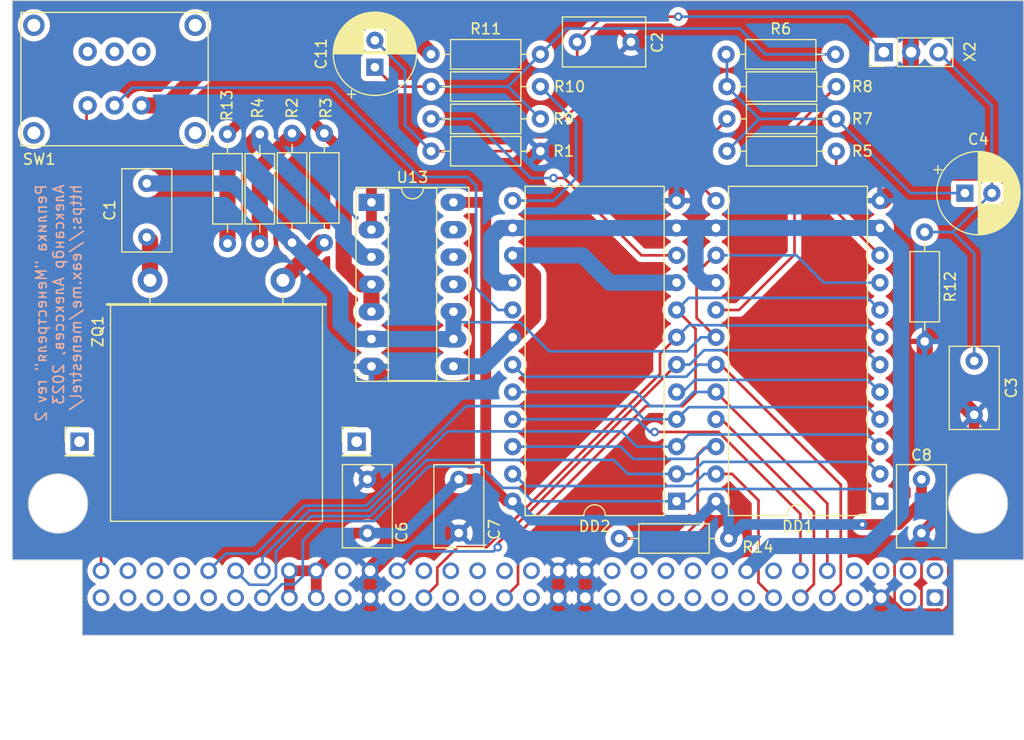
<source format=kicad_pcb>
(kicad_pcb (version 20221018) (generator pcbnew)
  (title_block (title "Реплика \"Менестреля\" ::: https://eax.me/menestrel/") (date "2023-06-23") (rev "2"))
  (layers (0 "F.Cu" signal) (31 "B.Cu" signal) (34 "B.Paste" user) (35 "F.Paste" user) (36 "B.SilkS" user "B.Silkscreen") (37 "F.SilkS" user "F.Silkscreen") (38 "B.Mask" user) (39 "F.Mask" user) (44 "Edge.Cuts" user))
  (net 0 "")
  (net 1 "Net-(C1-Pad1)")
  (net 2 "CLK_A")
  (net 3 "GND")
  (net 4 "Net-(C11-Pad2)")
  (net 5 "Net-(C3-Pad1)")
  (net 6 "Net-(C4-Pad1)")
  (net 7 "VCC")
  (net 8 "Net-(C11-Pad1)")
  (net 9 "DO07")
  (net 10 "DO06")
  (net 11 "DO05")
  (net 12 "DO04")
  (net 13 "DO03")
  (net 14 "DO02")
  (net 15 "DO01")
  (net 16 "DO00")
  (net 17 "Net-(DD1-OUT0)")
  (net 18 "DO15")
  (net 19 "Net-(DD1-OUT1)")
  (net 20 "Net-(DD1-OUT2)")
  (net 21 "DO08")
  (net 22 "DO09")
  (net 23 "DO10")
  (net 24 "Net-(DD1-~{RD})")
  (net 25 "DO12")
  (net 26 "CLK_B")
  (net 27 "Net-(DD2-OUT0)")
  (net 28 "Net-(DD2-OUT1)")
  (net 29 "Net-(DD2-OUT2)")
  (net 30 "DO11")
  (net 31 "Net-(R2-Pad1)")
  (net 32 "Net-(R13-Pad1)")
  (net 33 "Net-(R3-Pad2)")
  (net 34 "Net-(R13-Pad2)")
  (net 35 "Net-(SW1A-A)")
  (net 36 "IRQ2")
  (net 43 "Int#")
  (net 54 "DI05")
  (net 57 "DI07")
  (net 58 "DI01")
  (net 59 "DO14")
  (net 60 "DI13")
  (net 61 "DI09")
  (net 62 "DI11")
  (net 63 "RxTLG")
  (net 64 "TxTLG")
  (net 66 "DI03")
  (net 72 "DI04")
  (net 74 "DI06")
  (net 75 "DI02")
  (net 76 "DI00")
  (net 77 "DO13")
  (net 78 "DI14")
  (net 79 "DI12")
  (net 80 "DI08")
  (net 81 "DI10")
  (footprint "Resistor_THT:R_Axial_DIN0207_L6.3mm_D2.5mm_P10.16mm_Horizontal" (layer "F.Cu") (at 149.08 64 180)
    (fp_text reference "R1")
    (fp_text value "1K" hide)
  )
  (footprint "Capacitor_THT:CP_Radial_D7.5mm_P2.50mm" (layer "F.Cu") (at 188.538606 67.9)
    (fp_text reference "C4")
    (fp_text value "22u" hide)
  )
  (footprint "Resistor_THT:R_Axial_DIN0207_L6.3mm_D2.5mm_P10.16mm_Horizontal" (layer "F.Cu") (at 166.42 61)
    (fp_text reference "R7")
    (fp_text value "27K" hide)
  )
  (footprint "Resistor_THT:R_Axial_DIN0207_L6.3mm_D2.5mm_P10.16mm_Horizontal" (layer "F.Cu") (at 138.92 61)
    (fp_text reference "R9")
    (fp_text value "27K" hide)
  )
  (footprint "Resistor_THT:R_Axial_DIN0207_L6.3mm_D2.5mm_P10.16mm_Horizontal" (layer "F.Cu") (at 166.34 55)
    (fp_text reference "R6")
    (fp_text value "5K1" hide)
  )
  (footprint "Capacitor_THT:C_Disc_D7.5mm_W4.4mm_P5.00mm" (layer "F.Cu") (at 133 99.5 90)
    (fp_text reference "C6")
    (fp_text value "68n" hide)
  )
  (footprint "Resistor_THT:R_Axial_DIN0207_L6.3mm_D2.5mm_P10.16mm_Horizontal" (layer "F.Cu") (at 126 62.34 -90)
    (fp_text reference "R2")
    (fp_text value "560" hide)
  )
  (footprint "Resistor_THT:R_Axial_DIN0207_L6.3mm_D2.5mm_P10.16mm_Horizontal" (layer "F.Cu") (at 129 62.34 -90)
    (fp_text reference "R3")
    (fp_text value "220" hide)
  )
  (footprint "Resistor_THT:R_Axial_DIN0207_L6.3mm_D2.5mm_P10.16mm_Horizontal" (layer "F.Cu") (at 138.92 55)
    (fp_text reference "R11")
    (fp_text value "27K" hide)
  )
  (footprint "Capacitor_THT:C_Disc_D7.5mm_W4.4mm_P5.00mm" (layer "F.Cu") (at 141.5 94.5 -90)
    (fp_text reference "C7")
    (fp_text value "68n" hide)
  )
  (footprint "Resistor_THT:R_Axial_DIN0207_L6.3mm_D2.5mm_P10.16mm_Horizontal" (layer "F.Cu") (at 176.58 64 180)
    (fp_text reference "R5")
    (fp_text value "27K" hide)
  )
  (footprint "Package_DIP:DIP-24_W15.24mm" (layer "F.Cu") (at 161.74 96.54 180)
    (fp_text reference "DD2")
    (fp_text value "КР580ВИ53")
  )
  (footprint "Resistor_THT:R_Axial_DIN0207_L6.3mm_D2.5mm_P10.16mm_Horizontal" (layer "F.Cu") (at 184.8 71.52 -90)
    (fp_text reference "R12")
    (fp_text value "1K" hide)
  )
  (footprint "Resistor_THT:R_Axial_DIN0207_L6.3mm_D2.5mm_P10.16mm_Horizontal" (layer "F.Cu") (at 176.58 58 180)
    (fp_text reference "R8")
    (fp_text value "27K" hide)
  )
  (footprint "Resistor_THT:R_Axial_DIN0207_L6.3mm_D2.5mm_P10.16mm_Horizontal" (layer "F.Cu") (at 123 62.42 -90)
    (fp_text reference "R4")
    (fp_text value "220" hide)
  )
  (footprint "Connector_PinHeader_2.54mm:PinHeader_1x01_P2.54mm_Vertical" (layer "F.Cu") (at 132 91)
    (fp_text reference "J2" hide)
    (fp_text value "Conn_01x01" hide)
  )
  (footprint "Resistor_THT:R_Axial_DIN0207_L6.3mm_D2.5mm_P10.16mm_Horizontal" (layer "F.Cu") (at 166.58 100 180)
    (fp_text reference "R14")
    (fp_text value "1K" hide)
  )
  (footprint "Capacitor_THT:C_Disc_D7.5mm_W4.4mm_P5.00mm" (layer "F.Cu") (at 112.5 72 90)
    (fp_text reference "C1")
    (fp_text value "82p" hide)
  )
  (footprint "Crystal:Crystal_HC51_Horizontal" (layer "F.Cu") (at 112.8 76)
    (fp_text reference "ZQ1")
    (fp_text value "1 MHz" hide)
  )
  (footprint "Capacitor_THT:CP_Radial_D7.5mm_P2.50mm" (layer "F.Cu") (at 133.7 56.2 90)
    (fp_text reference "C11")
    (fp_text value "22u" hide)
  )
  (footprint "My_Library:SNP58_64_Male_Horizontal_THT" (layer "F.Cu") (at 185.75 105.5 180)
    (fp_text reference "X1" hide)
    (fp_text value "СНП58-64" hide)
  )
  (footprint "Resistor_THT:R_Axial_DIN0207_L6.3mm_D2.5mm_P10.16mm_Horizontal" (layer "F.Cu") (at 120 62.42 -90)
    (fp_text reference "R13")
    (fp_text value "560" hide)
  )
  (footprint "Capacitor_THT:C_Disc_D7.5mm_W4.4mm_P5.00mm" (layer "F.Cu") (at 184.5 94.5 -90)
    (fp_text reference "C8")
    (fp_text value "68n" hide)
  )
  (footprint "Capacitor_THT:C_Disc_D7.5mm_W4.4mm_P5.00mm" (layer "F.Cu") (at 189.4 83.5 -90)
    (fp_text reference "C3")
    (fp_text value "10u" hide)
  )
  (footprint "Connector_PinHeader_2.54mm:PinHeader_1x01_P2.54mm_Vertical" (layer "F.Cu") (at 106.25 91)
    (fp_text reference "J1" hide)
    (fp_text value "Conn_01x01" hide)
  )
  (footprint "Resistor_THT:R_Axial_DIN0207_L6.3mm_D2.5mm_P10.16mm_Horizontal" (layer "F.Cu") (at 149.08 58 180)
    (fp_text reference "R10")
    (fp_text value "27K" hide)
  )
  (footprint "Package_DIP:DIP-14_W7.62mm_Socket_LongPads" (layer "F.Cu") (at 133.38 68.76)
    (fp_text reference "U13")
    (fp_text value "К155ЛА3")
  )
  (footprint "My_Library:SW_PD11_5_DPDT" (layer "F.Cu") (at 113.5 58.5 180)
    (fp_text reference "SW1")
    (fp_text value "ПД11-5" hide)
  )
  (footprint "Package_DIP:DIP-24_W15.24mm" (layer "F.Cu") (at 180.64 96.54 180)
    (fp_text reference "DD1")
    (fp_text value "КР580ВИ53")
  )
  (footprint "Connector_PinHeader_2.54mm:PinHeader_1x03_P2.54mm_Vertical" (layer "F.Cu") (at 181 54.8 90)
    (fp_text reference "X2")
    (fp_text value "СГ-3" hide)
  )
  (footprint "Capacitor_THT:C_Disc_D7.5mm_W4.4mm_P5.00mm" (layer "F.Cu") (at 157.5 53.85 180)
    (fp_text reference "C2")
    (fp_text value "10u" hide)
  )
  (gr_line (start 194 50) (end 194 102) (stroke (width 0.1)) (layer "Edge.Cuts"))
  (gr_line (start 106.5 102) (end 100 102) (stroke (width 0.1)) (layer "Edge.Cuts"))
  (gr_circle (center 189.75 96.75) (end 192.5 96.75) (stroke (width 0.1)) (fill none) (layer "Edge.Cuts"))
  (gr_line (start 194 102) (end 187.5 102) (stroke (width 0.1)) (layer "Edge.Cuts"))
  (gr_line (start 106.5 109) (end 106.5 102) (stroke (width 0.1)) (layer "Edge.Cuts"))
  (gr_line (start 187.5 109) (end 106.5 109) (stroke (width 0.1)) (layer "Edge.Cuts"))
  (gr_circle (center 104.25 96.75) (end 107 96.75) (stroke (width 0.1)) (fill none) (layer "Edge.Cuts"))
  (gr_line (start 100 50) (end 194 50) (stroke (width 0.1)) (layer "Edge.Cuts"))
  (gr_line (start 187.5 102) (end 187.5 109) (stroke (width 0.1)) (layer "Edge.Cuts"))
  (gr_line (start 100 102) (end 100 50) (stroke (width 0.1)) (layer "Edge.Cuts"))
  (gr_text "Реплика {dblquote}Менестреля{dblquote} rev 2\nАлександр Алекссев, 2023\nhttps://eax.me/menestrel/" (at 106.5 67 90) (layer "B.SilkS") (effects (font (size 1 1)) (justify left bottom mirror)))
  (segment (start 112.8 72.3) (end 112.5 72) (width 0.25) (layer "F.Cu") (net 1))
  (segment (start 112.8 76) (end 112.8 72.3) (width 1.5) (layer "F.Cu") (net 1))
  (segment (start 163.6 75.34) (end 165.26 73.68) (width 0.25) (layer "F.Cu") (net 2))
  (segment (start 165.26 73.68) (end 165.4 73.68) (width 0.25) (layer "F.Cu") (net 2))
  (segment (start 165.4 81.3) (end 163.6 79.5) (width 0.25) (layer "F.Cu") (net 2))
  (segment (start 163.6 79.5) (end 163.6 75.34) (width 0.25) (layer "F.Cu") (net 2))
  (segment (start 141.1 79.9) (end 141 79.8) (width 0.25) (layer "B.Cu") (net 2))
  (segment (start 120.5 67) (end 126 72.5) (width 1.5) (layer "B.Cu") (net 2))
  (segment (start 131.96 81.46) (end 133.38 81.46) (width 1.5) (layer "B.Cu") (net 2))
  (segment (start 149.9 82.6) (end 147.2 79.9) (width 0.25) (layer "B.Cu") (net 2))
  (segment (start 126 72.5) (end 130.5 77) (width 1.5) (layer "B.Cu") (net 2))
  (segment (start 164 81.3) (end 162.7 82.6) (width 0.25) (layer "B.Cu") (net 2))
  (segment (start 147.2 79.9) (end 141.1 79.9) (width 0.25) (layer "B.Cu") (net 2))
  (segment (start 175.42 76.22) (end 180.64 76.22) (width 0.25) (layer "B.Cu") (net 2))
  (segment (start 130.5 77) (end 130.5 80) (width 1.5) (layer "B.Cu") (net 2))
  (segment (start 141 78.92) (end 141 81.46) (width 1.5) (layer "B.Cu") (net 2))
  (segment (start 112.5 67) (end 120.5 67) (width 1.5) (layer "B.Cu") (net 2))
  (segment (start 130.5 80) (end 131.96 81.46) (width 1.5) (layer "B.Cu") (net 2))
  (segment (start 141 79.8) (end 141 78.92) (width 0.25) (layer "B.Cu") (net 2))
  (segment (start 172.88 73.68) (end 175.42 76.22) (width 0.25) (layer "B.Cu") (net 2))
  (segment (start 141 81.46) (end 133.38 81.46) (width 1.5) (layer "B.Cu") (net 2))
  (segment (start 165.4 73.68) (end 172.88 73.68) (width 0.25) (layer "B.Cu") (net 2))
  (segment (start 162.7 82.6) (end 149.9 82.6) (width 0.25) (layer "B.Cu") (net 2))
  (segment (start 165.4 81.3) (end 164 81.3) (width 0.25) (layer "B.Cu") (net 2))
  (segment (start 136 86.62) (end 136 70) (width 1.5) (layer "F.Cu") (net 3))
  (segment (start 185.975 107.25) (end 186 107.225) (width 1.5) (layer "F.Cu") (net 3))
  (segment (start 184.1 64.9) (end 184.1 65.4) (width 1.5) (layer "F.Cu") (net 3))
  (segment (start 186.675 101.275) (end 182.025 101.275) (width 1.5) (layer "F.Cu") (net 3))
  (segment (start 153.25 103) (end 153.25 105.5) (width 1.5) (layer "F.Cu") (net 3))
  (segment (start 184.5 107.25) (end 185.975 107.25) (width 1.5) (layer "F.Cu") (net 3))
  (segment (start 136 70) (end 139.4 66.6) (width 1.5) (layer "F.Cu") (net 3))
  (segment (start 180.75 105.5) (end 182.5 107.25) (width 1.5) (layer "F.Cu") (net 3))
  (segment (start 185.2 66) (end 183.5 64.3) (width 1.5) (layer "F.Cu") (net 3))
  (segment (start 184.525 101.275) (end 186.675 101.275) (width 1.5) (layer "F.Cu") (net 3))
  (segment (start 146.48 66.6) (end 149.08 64) (width 1.5) (layer "F.Cu") (net 3))
  (segment (start 182.5 107.25) (end 182 106.75) (width 0.25) (layer "F.Cu") (net 3))
  (segment (start 184.5 99.5) (end 184.5 101.25) (width 1.5) (layer "F.Cu") (net 3))
  (segment (start 135.5 94.5) (end 133 94.5) (width 1.5) (layer "F.Cu") (net 3))
  (segment (start 151 107.75) (end 154.25 107.75) (width 1.5) (layer "F.Cu") (net 3))
  (segment (start 136 100.25) (end 136 94) (width 1.5) (layer "F.Cu") (net 3))
  (segment (start 186.25 95.45) (end 189.4 92.3) (width 1) (layer "F.Cu") (net 3))
  (segment (start 192.9 73.7) (end 192.9 65.9) (width 1.5) (layer "F.Cu") (net 3))
  (segment (start 184.5 99.5) (end 186.25 97.75) (width 1) (layer "F.Cu") (net 3))
  (segment (start 133.25 107.25) (end 133.25 105.5) (width 1.5) (layer "F.Cu") (net 3))
  (segment (start 192.8 66) (end 185.2 66) (width 1.5) (layer "F.Cu") (net 3))
  (segment (start 154 107.5) (end 153.25 106.75) (width 1.5) (layer "F.Cu") (net 3))
  (segment (start 153.25 106.75) (end 153.25 105.5) (width 1.5) (layer "F.Cu") (net 3))
  (segment (start 192.9 65.9) (end 192.8 66) (width 1.5) (layer "F.Cu") (net 3))
  (segment (start 161.74 64.1) (end 161.74 68.6) (width 1.5) (layer "F.Cu") (net 3))
  (segment (start 184.5 101.25) (end 184.525 101.275) (width 1.5) (layer "F.Cu") (net 3))
  (segment (start 182.025 101.275) (end 182 101.3) (width 1.5) (layer "F.Cu") (net 3))
  (segment (start 150.75 105.5) (end 150.75 107.5) (width 1.5) (layer "F.Cu") (net 3))
  (segment (start 150.75 107.5) (end 151 107.75) (width 1.5) (layer "F.Cu") (net 3))
  (segment (start 184.5 101.3) (end 184.5 107.25) (width 0.25) (layer "F.Cu") (net 3))
  (segment (start 157.5 53.85) (end 163.15 53.85) (width 1.5) (layer "F.Cu") (net 3))
  (segment (start 187 106.225) (end 186 107.225) (width 0.25) (layer "F.Cu") (net 3))
  (segment (start 180.25 107.75) (end 154.25 107.75) (width 1.5) (layer "F.Cu") (net 3))
  (segment (start 189.4 88.5) (end 184.8 83.9) (width 1.5) (layer "F.Cu") (net 3))
  (segment (start 184.1 65.4) (end 180.9 68.6) (width 1.5) (layer "F.Cu") (net 3))
  (segment (start 181.702081 51.5) (end 165.5 51.5) (width 1.5) (layer "F.Cu") (net 3))
  (segment (start 161.74 64.1) (end 163.15 62.69) (width 1.5) (layer "F.Cu") (net 3))
  (segment (start 180.5 107.5) (end 180.25 107.75) (width 1.5) (layer "F.Cu") (net 3))
  (segment (start 187 101.6) (end 187 106.225) (width 0.25) (layer "F.Cu") (net 3))
  (segment (start 183.5 64.3) (end 183.5 54.5) (width 1.5) (layer "F.Cu") (net 3))
  (segment (start 180.9 68.6) (end 180.64 68.6) (width 1.5) (layer "F.Cu") (net 3))
  (segment (start 150.75 103) (end 150.75 105.5) (width 1.5) (layer "F.Cu") (net 3))
  (segment (start 189.4 92.3) (end 189.4 88.5) (width 1) (layer "F.Cu") (net 3))
  (segment (start 163.15 62.69) (end 163.15 53.85) (width 1.5) (layer "F.Cu") (net 3))
  (segment (start 133.75 107.75) (end 133.25 107.25) (width 1.5) (layer "F.Cu") (net 3))
  (segment (start 186.7 101.3) (end 187 101.6) (width 0.25) (layer "F.Cu") (net 3))
  (segment (start 184.8 83.9) (end 184.8 81.68) (width 1.5) (layer "F.Cu") (net 3))
  (segment (start 186.25 97.75) (end 186.25 95.45) (width 1) (layer "F.Cu") (net 3))
  (segment (start 133.25 105.5) (end 133.25 103) (width 1.5) (layer "F.Cu") (net 3))
  (segment (start 141.5 99.5) (end 136.75 99.5) (width 1.5) (layer "F.Cu") (net 3))
  (segment (start 182 106.75) (end 182 101.3) (width 0.25) (layer "F.Cu") (net 3))
  (segment (start 139.4 66.6) (end 146.48 66.6) (width 1.5) (layer "F.Cu") (net 3))
  (segment (start 182.5 107.25) (end 184.5 107.25) (width 1.5) (layer "F.Cu") (net 3))
  (segment (start 186.675 101.275) (end 186.7 101.3) (width 1.5) (layer "F.Cu") (net 3))
  (segment (start 136 86.62) (end 136 94) (width 1.5) (layer "F.Cu") (net 3))
  (segment (start 154.25 107.75) (end 154 107.5) (width 1.5) (layer "F.Cu") (net 3))
  (segment (start 184.8 81.68) (end 192.78 73.7) (width 1.5) (layer "F.Cu") (net 3))
  (segment (start 183.5 54.5) (end 183.5 53.297919) (width 1.5) (layer "F.Cu") (net 3))
  (segment (start 151 107.75) (end 133.75 107.75) (width 1.5) (layer "F.Cu") (net 3))
  (segment (start 183.5 53.297919) (end 181.702081 51.5) (width 1.5) (layer "F.Cu") (net 3))
  (segment (start 136.75 99.5) (end 136 100.25) (width 1.5) (layer "F.Cu") (net 3))
  (segment (start 149.08 64) (end 161.64 64) (width 1.5) (layer "F.Cu") (net 3))
  (segment (start 180.75 107.25) (end 180.5 107.5) (width 0.25) (layer "F.Cu") (net 3))
  (segment (start 165.5 51.5) (end 163.15 53.85) (width 1.5) (layer "F.Cu") (net 3))
  (segment (start 133.38 84) (end 136 86.62) (width 1.5) (layer "F.Cu") (net 3))
  (segment (start 192.78 73.7) (end 192.9 73.7) (width 1.5) (layer "F.Cu") (net 3))
  (segment (start 136 94) (end 135.5 94.5) (width 1.5) (layer "F.Cu") (net 3))
  (segment (start 133.25 103) (end 136 100.25) (width 1.5) (layer "F.Cu") (net 3))
  (segment (start 180.75 105.5) (end 180.75 107.25) (width 1.5) (layer "F.Cu") (net 3))
  (segment (start 184.525 101.275) (end 184.5 101.3) (width 0.25) (layer "F.Cu") (net 3))
  (segment (start 161.64 64) (end 161.74 64.1) (width 1.5) (layer "F.Cu") (net 3))
  (segment (start 146.3 64) (end 138.92 64) (width 0.25) (layer "F.Cu") (net 4))
  (segment (start 152.5 59.8) (end 149.6 62.7) (width 0.25) (layer "F.Cu") (net 4))
  (segment (start 152.5 53.85) (end 152.5 59.8) (width 0.25) (layer "F.Cu") (net 4))
  (segment (start 149.6 62.7) (end 147.6 62.7) (width 0.25) (layer "F.Cu") (net 4))
  (segment (start 147.6 62.7) (end 146.3 64) (width 0.25) (layer "F.Cu") (net 4))
  (segment (start 154.8 51.55) (end 152.5 53.85) (width 0.25) (layer "F.Cu") (net 4))
  (segment (start 161.9 51.5) (end 154.8 51.5) (width 0.25) (layer "F.Cu") (net 4))
  (segment (start 154.8 51.5) (end 154.8 51.55) (width 0.25) (layer "F.Cu") (net 4))
  (via (at 161.9 51.5) (size 0.8) (drill 0.4) (layers "F.Cu" "B.Cu") (net 4))
  (segment (start 138.92 64) (end 136.5 61.58) (width 0.25) (layer "B.Cu") (net 4))
  (segment (start 177.7 51.5) (end 181 54.8) (width 0.25) (layer "B.Cu") (net 4))
  (segment (start 161.9 51.5) (end 177.7 51.5) (width 0.25) (layer "B.Cu") (net 4))
  (segment (start 136.5 61.58) (end 136.5 56.5) (width 0.25) (layer "B.Cu") (net 4))
  (segment (start 136.5 56.5) (end 133.7 53.7) (width 0.25) (layer "B.Cu") (net 4))
  (segment (start 191.038606 59.758606) (end 186.08 54.8) (width 0.25) (layer "B.Cu") (net 5))
  (segment (start 191.038606 67.9) (end 191.038606 59.758606) (width 0.25) (layer "B.Cu") (net 5))
  (segment (start 191.038606 67.9) (end 187.418606 71.52) (width 0.25) (layer "B.Cu") (net 5))
  (segment (start 187.418606 71.52) (end 184.8 71.52) (width 0.25) (layer "B.Cu") (net 5))
  (segment (start 189.4 73.501394) (end 187.418606 71.52) (width 0.25) (layer "B.Cu") (net 5))
  (segment (start 189.4 83.5) (end 189.4 73.501394) (width 0.25) (layer "B.Cu") (net 5))
  (segment (start 188.538606 67.9) (end 183.48 67.9) (width 0.25) (layer "B.Cu") (net 6))
  (segment (start 176.58 61) (end 169.42 61) (width 0.25) (layer "B.Cu") (net 6))
  (segment (start 166.42 58) (end 166.42 55.08) (width 0.25) (layer "B.Cu") (net 6))
  (segment (start 183.48 67.9) (end 176.58 61) (width 0.25) (layer "B.Cu") (net 6))
  (segment (start 169.42 61) (end 166.42 64) (width 0.25) (layer "B.Cu") (net 6))
  (segment (start 169.42 61) (end 166.42 58) (width 0.25) (layer "B.Cu") (net 6))
  (segment (start 166.42 55.08) (end 166.34 55) (width 0.25) (layer "B.Cu") (net 6))
  (segment (start 141.5 94.5) (end 143.9 94.5) (width 1) (layer "F.Cu") (net 7))
  (segment (start 182.4 98.7) (end 184.5 96.6) (width 1) (layer "F.Cu") (net 7))
  (segment (start 125.75 105.5) (end 125.75 103) (width 1) (layer "F.Cu") (net 7))
  (segment (start 128.25 105.5) (end 128.25 103) (width 1) (layer "F.Cu") (net 7))
  (segment (start 128.25 103) (end 131.75 99.5) (width 1) (layer "F.Cu") (net 7))
  (segment (start 184.5 96.6) (end 184.5 94.5) (width 1) (layer "F.Cu") (net 7))
  (segment (start 143.76 68.76) (end 144 69) (width 1) (layer "F.Cu") (net 7))
  (segment (start 144 69) (end 144 94.6) (width 1) (layer "F.Cu") (net 7))
  (segment (start 141 68.76) (end 143.76 68.76) (width 1) (layer "F.Cu") (net 7))
  (segment (start 131.75 99.5) (end 133 99.5) (width 1) (layer "F.Cu") (net 7))
  (segment (start 144 94.6) (end 145.94 96.54) (width 1) (layer "F.Cu") (net 7))
  (segment (start 125.75 103) (end 128.25 103) (width 1) (layer "F.Cu") (net 7))
  (segment (start 145.94 96.54) (end 146.5 96.54) (width 0.25) (layer "F.Cu") (net 7))
  (segment (start 143.9 94.5) (end 144 94.6) (width 0.25) (layer "F.Cu") (net 7))
  (segment (start 179 98.7) (end 182.4 98.7) (width 1) (layer "F.Cu") (net 7))
  (via (at 179 98.7) (size 0.8) (drill 0.4) (layers "F.Cu" "B.Cu") (net 7))
  (segment (start 133 99.5) (end 136.5 99.5) (width 1) (layer "B.Cu") (net 7))
  (segment (start 166.58 97.72) (end 165.4 96.54) (width 1) (layer "B.Cu") (net 7))
  (segment (start 163.64 98.3) (end 148.26 98.3) (width 1) (layer "B.Cu") (net 7))
  (segment (start 167.88 98.7) (end 179 98.7) (width 1) (layer "B.Cu") (net 7))
  (segment (start 148.26 98.3) (end 146.5 96.54) (width 1) (layer "B.Cu") (net 7))
  (segment (start 166.58 100) (end 167.88 98.7) (width 1) (layer "B.Cu") (net 7))
  (segment (start 136.5 99.5) (end 141.5 94.5) (width 1) (layer "B.Cu") (net 7))
  (segment (start 166.58 100) (end 166.58 97.72) (width 1) (layer "B.Cu") (net 7))
  (segment (start 165.4 96.54) (end 163.64 98.3) (width 1) (layer "B.Cu") (net 7))
  (segment (start 135.55 58.05) (end 133.7 56.2) (width 0.25) (layer "F.Cu") (net 8))
  (segment (start 135.7 58) (end 135.65 58.05) (width 0.25) (layer "F.Cu") (net 8))
  (segment (start 138.92 58) (end 135.7 58) (width 0.25) (layer "F.Cu") (net 8))
  (segment (start 135.65 58.05) (end 135.55 58.05) (width 0.25) (layer "F.Cu") (net 8))
  (segment (start 170 55) (end 167.6 52.6) (width 0.25) (layer "B.Cu") (net 8))
  (segment (start 146.08 58) (end 149.08 55) (width 0.25) (layer "B.Cu") (net 8))
  (segment (start 149.08 61) (end 146.08 58) (width 0.25) (layer "B.Cu") (net 8))
  (segment (start 146.08 58) (end 138.92 58) (width 0.25) (layer "B.Cu") (net 8))
  (segment (start 167.6 52.6) (end 151.48 52.6) (width 0.25) (layer "B.Cu") (net 8))
  (segment (start 176.5 55) (end 170 55) (width 0.25) (layer "B.Cu") (net 8))
  (segment (start 151.48 52.6) (end 149.08 55) (width 0.25) (layer "B.Cu") (net 8))
  (segment (start 123.25 105.5) (end 123.8 105.5) (width 0.25) (layer "B.Cu") (net 9))
  (segment (start 123.8 105.5) (end 125.05 104.25) (width 0.25) (layer "B.Cu") (net 9))
  (segment (start 162.86 96.54) (end 164 95.4) (width 0.25) (layer "B.Cu") (net 9))
  (segment (start 164 95.4) (end 179.5 95.4) (width 0.25) (layer "B.Cu") (net 9))
  (segment (start 143.6 93.3) (end 145.6 95.3) (width 0.25) (layer "B.Cu") (net 9))
  (segment (start 138.7 93.3) (end 143.6 93.3) (width 0.25) (layer "B.Cu") (net 9))
  (segment (start 145.6 95.3) (end 147.1 95.3) (width 0.25) (layer "B.Cu") (net 9))
  (segment (start 127 103.5) (end 127 100.194365) (width 0.25) (layer "B.Cu") (net 9))
  (segment (start 179.5 95.4) (end 180.64 96.54) (width 0.25) (layer "B.Cu") (net 9))
  (segment (start 127 100.194365) (end 128.819365 98.375) (width 0.25) (layer "B.Cu") (net 9))
  (segment (start 133.625 98.375) (end 138.7 93.3) (width 0.25) (layer "B.Cu") (net 9))
  (segment (start 147.1 95.3) (end 148.34 96.54) (width 0.25) (layer "B.Cu") (net 9))
  (segment (start 148.34 96.54) (end 161.74 96.54) (width 0.25) (layer "B.Cu") (net 9))
  (segment (start 126.25 104.25) (end 127 103.5) (width 0.25) (layer "B.Cu") (net 9))
  (segment (start 161.74 96.54) (end 162.86 96.54) (width 0.25) (layer "B.Cu") (net 9))
  (segment (start 128.819365 98.375) (end 133.625 98.375) (width 0.25) (layer "B.Cu") (net 9))
  (segment (start 125.05 104.25) (end 126.25 104.25) (width 0.25) (layer "B.Cu") (net 9))
  (segment (start 124.5 101.2) (end 124.5 103.6) (width 0.25) (layer "B.Cu") (net 10))
  (segment (start 122.05 104.3) (end 120.75 103) (width 0.25) (layer "B.Cu") (net 10))
  (segment (start 157.2 94) (end 155.9 92.7) (width 0.25) (layer "B.Cu") (net 10))
  (segment (start 133.275 97.925) (end 127.775 97.925) (width 0.25) (layer "B.Cu") (net 10))
  (segment (start 164.225 92.875) (end 179.515 92.875) (width 0.25) (layer "B.Cu") (net 10))
  (segment (start 127.775 97.925) (end 124.5 101.2) (width 0.25) (layer "B.Cu") (net 10))
  (segment (start 124.5 103.6) (end 123.8 104.3) (width 0.25) (layer "B.Cu") (net 10))
  (segment (start 155.9 92.7) (end 138.5 92.7) (width 0.25) (layer "B.Cu") (net 10))
  (segment (start 123.8 104.3) (end 122.05 104.3) (width 0.25) (layer "B.Cu") (net 10))
  (segment (start 179.515 92.875) (end 180.64 94) (width 0.25) (layer "B.Cu") (net 10))
  (segment (start 161.74 94) (end 157.2 94) (width 0.25) (layer "B.Cu") (net 10))
  (segment (start 163.1 94) (end 164.225 92.875) (width 0.25) (layer "B.Cu") (net 10))
  (segment (start 161.74 94) (end 163.1 94) (width 0.25) (layer "B.Cu") (net 10))
  (segment (start 138.5 92.7) (end 133.275 97.925) (width 0.25) (layer "B.Cu") (net 10))
  (segment (start 127.6 97.4) (end 123.25 101.75) (width 0.25) (layer "B.Cu") (net 11))
  (segment (start 161.74 91.46) (end 158.06 91.46) (width 0.25) (layer "B.Cu") (net 11))
  (segment (start 123.25 101.75) (end 123.25 103) (width 0.25) (layer "B.Cu") (net 11))
  (segment (start 133.095495 97.4) (end 127.6 97.4) (width 0.25) (layer "B.Cu") (net 11))
  (segment (start 162.865 90.335) (end 179.515 90.335) (width 0.25) (layer "B.Cu") (net 11))
  (segment (start 161.74 91.46) (end 162.865 90.335) (width 0.25) (layer "B.Cu") (net 11))
  (segment (start 140.450495 90.045) (end 133.095495 97.4) (width 0.25) (layer "B.Cu") (net 11))
  (segment (start 158.06 91.46) (end 156.645 90.045) (width 0.25) (layer "B.Cu") (net 11))
  (segment (start 156.645 90.045) (end 140.450495 90.045) (width 0.25) (layer "B.Cu") (net 11))
  (segment (start 179.515 90.335) (end 180.64 91.46) (width 0.25) (layer "B.Cu") (net 11))
  (segment (start 132.909099 96.95) (end 127.15 96.95) (width 0.25) (layer "B.Cu") (net 12))
  (segment (start 119.85 101.4) (end 118.25 103) (width 0.25) (layer "B.Cu") (net 12))
  (segment (start 161.74 88.92) (end 158.72 88.92) (width 0.25) (layer "B.Cu") (net 12))
  (segment (start 179.515 87.795) (end 180.64 88.92) (width 0.25) (layer "B.Cu") (net 12))
  (segment (start 157.5 87.7) (end 142.159099 87.7) (width 0.25) (layer "B.Cu") (net 12))
  (segment (start 158.72 88.92) (end 157.5 87.7) (width 0.25) (layer "B.Cu") (net 12))
  (segment (start 122.7 101.4) (end 119.85 101.4) (width 0.25) (layer "B.Cu") (net 12))
  (segment (start 142.159099 87.7) (end 132.909099 96.95) (width 0.25) (layer "B.Cu") (net 12))
  (segment (start 162.865 87.795) (end 179.515 87.795) (width 0.25) (layer "B.Cu") (net 12))
  (segment (start 127.15 96.95) (end 122.7 101.4) (width 0.25) (layer "B.Cu") (net 12))
  (segment (start 161.74 88.92) (end 162.865 87.795) (width 0.25) (layer "B.Cu") (net 12))
  (segment (start 163.445 85.255) (end 179.515 85.255) (width 0.25) (layer "B.Cu") (net 13))
  (segment (start 161.74 86.38) (end 162.32 86.38) (width 0.25) (layer "B.Cu") (net 13))
  (segment (start 162.32 86.38) (end 163.445 85.255) (width 0.25) (layer "B.Cu") (net 13))
  (segment (start 179.515 85.255) (end 180.64 86.38) (width 0.25) (layer "B.Cu") (net 13))
  (segment (start 145.112299 100.812299) (end 145.112299 100.467701) (width 0.25) (layer "F.Cu") (net 14))
  (segment (start 145.112299 100.467701) (end 161.74 83.84) (width 0.25) (layer "F.Cu") (net 14))
  (via (at 145.112299 100.812299) (size 0.8) (drill 0.4) (layers "F.Cu" "B.Cu") (net 14))
  (segment (start 135.8 103) (end 135.75 103) (width 0.25) (layer "B.Cu") (net 14))
  (segment (start 162.96 83.84) (end 164.3 82.5) (width 0.25) (layer "B.Cu") (net 14))
  (segment (start 145.112299 100.812299) (end 144.724598 101.2) (width 0.25) (layer "B.Cu") (net 14))
  (segment (start 137.6 101.2) (end 135.8 103) (width 0.25) (layer "B.Cu") (net 14))
  (segment (start 144.724598 101.2) (end 137.6 101.2) (width 0.25) (layer "B.Cu") (net 14))
  (segment (start 161.74 83.84) (end 162.96 83.84) (width 0.25) (layer "B.Cu") (net 14))
  (segment (start 164.3 82.5) (end 179.3 82.5) (width 0.25) (layer "B.Cu") (net 14))
  (segment (start 179.3 82.5) (end 180.64 83.84) (width 0.25) (layer "B.Cu") (net 14))
  (segment (start 160.2 84.7) (end 144.1 100.8) (width 0.25) (layer "F.Cu") (net 15))
  (segment (start 144.1 100.8) (end 141.394365 100.8) (width 0.25) (layer "F.Cu") (net 15))
  (segment (start 139.5 104.25) (end 138.25 105.5) (width 0.25) (layer "F.Cu") (net 15))
  (segment (start 141.394365 100.8) (end 139.5 102.694365) (width 0.25) (layer "F.Cu") (net 15))
  (segment (start 139.5 102.694365) (end 139.5 104.25) (width 0.25) (layer "F.Cu") (net 15))
  (segment (start 161.74 81.3) (end 160.2 82.84) (width 0.25) (layer "F.Cu") (net 15))
  (segment (start 160.2 82.84) (end 160.2 84.7) (width 0.25) (layer "F.Cu") (net 15))
  (segment (start 162.865 80.175) (end 165.865991 80.175) (width 0.25) (layer "B.Cu") (net 15))
  (segment (start 165.865991 80.175) (end 165.890991 80.2) (width 0.25) (layer "B.Cu") (net 15))
  (segment (start 161.74 81.3) (end 162.865 80.175) (width 0.25) (layer "B.Cu") (net 15))
  (segment (start 179.54 80.2) (end 180.64 81.3) (width 0.25) (layer "B.Cu") (net 15))
  (segment (start 165.890991 80.2) (end 179.54 80.2) (width 0.25) (layer "B.Cu") (net 15))
  (segment (start 147 104.25) (end 145.75 105.5) (width 0.25) (layer "F.Cu") (net 16))
  (segment (start 147 99.6) (end 147 104.25) (width 0.25) (layer "F.Cu") (net 16))
  (segment (start 163.5 86.5) (end 162.3 87.7) (width 0.25) (layer "F.Cu") (net 16))
  (segment (start 162.3 87.7) (end 158.9 87.7) (width 0.25) (layer "F.Cu") (net 16))
  (segment (start 163.5 80.52) (end 163.5 86.5) (width 0.25) (layer "F.Cu") (net 16))
  (segment (start 161.74 78.76) (end 163.5 80.52) (width 0.25) (layer "F.Cu") (net 16))
  (segment (start 158.9 87.7) (end 147 99.6) (width 0.25) (layer "F.Cu") (net 16))
  (segment (start 161.74 78.76) (end 162.865 77.635) (width 0.25) (layer "B.Cu") (net 16))
  (segment (start 179.515 77.635) (end 180.64 78.76) (width 0.25) (layer "B.Cu") (net 16))
  (segment (start 162.865 77.635) (end 179.515 77.635) (width 0.25) (layer "B.Cu") (net 16))
  (segment (start 180.64 73.68) (end 176.58 69.62) (width 0.25) (layer "F.Cu") (net 17))
  (segment (start 176.58 69.62) (end 176.58 64) (width 0.25) (layer "F.Cu") (net 17))
  (segment (start 144.5 72) (end 145.36 71.14) (width 1.5) (layer "B.Cu") (net 18))
  (segment (start 182.6 73.1) (end 182.6 97.6) (width 1.5) (layer "B.Cu") (net 18))
  (segment (start 165.4 76.22) (end 164.22 76.22) (width 1.5) (layer "B.Cu") (net 18))
  (segment (start 145.36 71.14) (end 146.5 71.14) (width 1.5) (layer "B.Cu") (net 18))
  (segment (start 179.5 100.7) (end 170.55 100.7) (width 1.5) (layer "B.Cu") (net 18))
  (segment (start 180.64 71.14) (end 165.4 71.14) (width 1.5) (layer "B.Cu") (net 18))
  (segment (start 144.5 75.5) (end 144.5 72) (width 1.5) (layer "B.Cu") (net 18))
  (segment (start 164.22 76.22) (end 163.5 75.5) (width 1.5) (layer "B.Cu") (net 18))
  (segment (start 180.64 71.14) (end 182.6 73.1) (width 1.5) (layer "B.Cu") (net 18))
  (segment (start 161.74 71.14) (end 146.5 71.14) (width 1.5) (layer "B.Cu") (net 18))
  (segment (start 145.22 76.22) (end 144.5 75.5) (width 1.5) (layer "B.Cu") (net 18))
  (segment (start 163.5 71.14) (end 161.74 71.14) (width 1.5) (layer "B.Cu") (net 18))
  (segment (start 165.4 71.14) (end 163.5 71.14) (width 1.5) (layer "B.Cu") (net 18))
  (segment (start 146.5 76.22) (end 145.22 76.22) (width 1.5) (layer "B.Cu") (net 18))
  (segment (start 163.5 75.5) (end 163.5 71.14) (width 1.5) (layer "B.Cu") (net 18))
  (segment (start 170.55 100.7) (end 168.25 103) (width 1.5) (layer "B.Cu") (net 18))
  (segment (start 182.6 97.6) (end 179.5 100.7) (width 1.5) (layer "B.Cu") (net 18))
  (segment (start 166.42 61.08) (end 166.42 61) (width 0.25) (layer "F.Cu") (net 19))
  (segment (start 164.5 63) (end 166.42 61.08) (width 0.25) (layer "F.Cu") (net 19))
  (segment (start 165.4 68.6) (end 164.5 67.7) (width 0.25) (layer "F.Cu") (net 19))
  (segment (start 164.5 67.7) (end 164.5 63) (width 0.25) (layer "F.Cu") (net 19))
  (segment (start 165.4 78.76) (end 167.54 78.76) (width 0.25) (layer "F.Cu") (net 20))
  (segment (start 167.54 78.76) (end 172.7 73.6) (width 0.25) (layer "F.Cu") (net 20))
  (segment (start 172.7 61.88) (end 176.58 58) (width 0.25) (layer "F.Cu") (net 20))
  (segment (start 172.7 73.6) (end 172.7 61.88) (width 0.25) (layer "F.Cu") (net 20))
  (segment (start 177 95) (end 165.84 83.84) (width 0.25) (layer "F.Cu") (net 21))
  (segment (start 175.75 105.5) (end 177 104.25) (width 0.25) (layer "F.Cu") (net 21))
  (segment (start 165.84 83.84) (end 165.4 83.84) (width 0.25) (layer "F.Cu") (net 21))
  (segment (start 177 104.25) (end 177 95) (width 0.25) (layer "F.Cu") (net 21))
  (segment (start 162.635 84.965) (end 163.76 83.84) (width 0.25) (layer "B.Cu") (net 21))
  (segment (start 146.5 83.84) (end 147.625 84.965) (width 0.25) (layer "B.Cu") (net 21))
  (segment (start 163.76 83.84) (end 165.4 83.84) (width 0.25) (layer "B.Cu") (net 21))
  (segment (start 147.625 84.965) (end 162.635 84.965) (width 0.25) (layer "B.Cu") (net 21))
  (segment (start 165.4 86.4) (end 165.4 86.38) (width 0.25) (layer "F.Cu") (net 22))
  (segment (start 175.75 96.75) (end 165.4 86.4) (width 0.25) (layer "F.Cu") (net 22))
  (segment (start 175.75 103) (end 175.75 96.75) (width 0.25) (layer "F.Cu") (net 22))
  (segment (start 159.3 87.7) (end 162.010991 87.7) (width 0.25) (layer "B.Cu") (net 22))
  (segment (start 162.010991 87.7) (end 163.330991 86.38) (width 0.25) (layer "B.Cu") (net 22))
  (segment (start 163.330991 86.38) (end 165.4 86.38) (width 0.25) (layer "B.Cu") (net 22))
  (segment (start 146.5 86.38) (end 157.98 86.38) (width 0.25) (layer "B.Cu") (net 22))
  (segment (start 157.98 86.38) (end 159.3 87.7) (width 0.25) (layer "B.Cu") (net 22))
  (segment (start 174.5 104.25) (end 174.5 97.5) (width 0.25) (layer "F.Cu") (net 23))
  (segment (start 165.92 88.92) (end 165.4 88.92) (width 0.25) (layer "F.Cu") (net 23))
  (segment (start 174.5 97.5) (end 165.92 88.92) (width 0.25) (layer "F.Cu") (net 23))
  (segment (start 173.25 105.5) (end 174.5 104.25) (width 0.25) (layer "F.Cu") (net 23))
  (segment (start 163.7 92.2) (end 164.3 91.6) (width 0.25) (layer "F.Cu") (net 24))
  (segment (start 163.7 98.5) (end 163.7 92.2) (width 0.25) (layer "F.Cu") (net 24))
  (segment (start 156.42 100) (end 162.2 100) (width 0.25) (layer "F.Cu") (net 24))
  (segment (start 165.26 91.6) (end 165.4 91.46) (width 0.25) (layer "F.Cu") (net 24))
  (segment (start 164.3 91.6) (end 165.26 91.6) (width 0.25) (layer "F.Cu") (net 24))
  (segment (start 162.2 100) (end 163.7 98.5) (width 0.25) (layer "F.Cu") (net 24))
  (segment (start 163.4 92.6) (end 157.7 92.6) (width 0.25) (layer "B.Cu") (net 24))
  (segment (start 165.4 91.46) (end 164.54 91.46) (width 0.25) (layer "B.Cu") (net 24))
  (segment (start 157.7 92.6) (end 156.56 91.46) (width 0.25) (layer "B.Cu") (net 24))
  (segment (start 164.54 91.46) (end 163.4 92.6) (width 0.25) (layer "B.Cu") (net 24))
  (segment (start 156.56 91.46) (end 146.5 91.46) (width 0.25) (layer "B.Cu") (net 24))
  (segment (start 170.75 105.5) (end 169.35 104.1) (width 0.25) (layer "F.Cu") (net 25))
  (segment (start 169.35 96.45) (end 166.9 94) (width 0.25) (layer "F.Cu") (net 25))
  (segment (start 169.35 104.1) (end 169.35 96.45) (width 0.25) (layer "F.Cu") (net 25))
  (segment (start 166.9 94) (end 165.4 94) (width 0.25) (layer "F.Cu") (net 25))
  (segment (start 147.725 95.125) (end 163.175 95.125) (width 0.25) (layer "B.Cu") (net 25))
  (segment (start 163.175 95.125) (end 164.3 94) (width 0.25) (layer "B.Cu") (net 25))
  (segment (start 146.5 94) (end 146.6 94) (width 0.25) (layer "B.Cu") (net 25))
  (segment (start 164.3 94) (end 165.4 94) (width 0.25) (layer "B.Cu") (net 25))
  (segment (start 146.6 94) (end 147.725 95.125) (width 0.25) (layer "B.Cu") (net 25))
  (segment (start 148.4 79.4) (end 146.5 81.3) (width 1.5) (layer "F.Cu") (net 26))
  (segment (start 148.4 75.58) (end 148.4 79.4) (width 1.5) (layer "F.Cu") (net 26))
  (segment (start 146.5 73.68) (end 148.4 75.58) (width 1.5) (layer "F.Cu") (net 26))
  (segment (start 141 84) (end 143.8 84) (width 1.5) (layer "B.Cu") (net 26))
  (segment (start 152.98 73.68) (end 155.52 76.22) (width 1.5) (layer "B.Cu") (net 26))
  (segment (start 155.52 76.22) (end 161.74 76.22) (width 1.5) (layer "B.Cu") (net 26))
  (segment (start 146.5 73.68) (end 152.98 73.68) (width 1.5) (layer "B.Cu") (net 26))
  (segment (start 143.8 84) (end 146.5 81.3) (width 1.5) (layer "B.Cu") (net 26))
  (segment (start 158.48 73.68) (end 161.74 73.68) (width 0.25) (layer "F.Cu") (net 27))
  (segment (start 151.3 66.5) (end 158.48 73.68) (width 0.25) (layer "F.Cu") (net 27))
  (segment (start 150.3 66.5) (end 151.3 66.5) (width 0.25) (layer "F.Cu") (net 27))
  (via (at 150.3 66.5) (size 0.8) (drill 0.4) (layers "F.Cu" "B.Cu") (net 27))
  (segment (start 142.7 61) (end 138.92 61) (width 0.25) (layer "B.Cu") (net 27))
  (segment (start 148.2 66.5) (end 142.7 61) (width 0.25) (layer "B.Cu") (net 27))
  (segment (start 150.3 66.5) (end 148.2 66.5) (width 0.25) (layer "B.Cu") (net 27))
  (segment (start 152.4 66.5) (end 150.3 68.6) (width 0.25) (layer "B.Cu") (net 28))
  (segment (start 150.3 68.6) (end 146.5 68.6) (width 0.25) (layer "B.Cu") (net 28))
  (segment (start 149.08 58) (end 152.4 61.32) (width 0.25) (layer "B.Cu") (net 28))
  (segment (start 152.4 61.32) (end 152.4 66.5) (width 0.25) (layer "B.Cu") (net 28))
  (segment (start 111.15 58.1) (end 109.5 59.75) (width 0.25) (layer "B.Cu") (net 29))
  (segment (start 145.16 78.76) (end 143.1 76.7) (width 0.25) (layer "B.Cu") (net 29))
  (segment (start 142.3 66.4) (end 137.9 66.4) (width 0.25) (layer "B.Cu") (net 29))
  (segment (start 143.1 67.2) (end 142.3 66.4) (width 0.25) (layer "B.Cu") (net 29))
  (segment (start 143.1 76.7) (end 143.1 67.2) (width 0.25) (layer "B.Cu") (net 29))
  (segment (start 137.9 66.4) (end 129.6 58.1) (width 0.25) (layer "B.Cu") (net 29))
  (segment (start 146.5 78.76) (end 145.16 78.76) (width 0.25) (layer "B.Cu") (net 29))
  (segment (start 129.6 58.1) (end 111.15 58.1) (width 0.25) (layer "B.Cu") (net 29))
  (segment (start 165.630991 90.1) (end 173.25 97.719009) (width 0.25) (layer "F.Cu") (net 30))
  (segment (start 159.7 90.1) (end 165.630991 90.1) (width 0.25) (layer "F.Cu") (net 30))
  (segment (start 173.25 97.719009) (end 173.25 103) (width 0.25) (layer "F.Cu") (net 30))
  (via (at 159.7 90.1) (size 0.8) (drill 0.4) (layers "F.Cu" "B.Cu") (net 30))
  (segment (start 158.083604 88.92) (end 146.5 88.92) (width 0.25) (layer "B.Cu") (net 30))
  (segment (start 159.7 90.1) (end 159.263604 90.1) (width 0.25) (layer "B.Cu") (net 30))
  (segment (start 159.263604 90.1) (end 158.083604 88.92) (width 0.25) (layer "B.Cu") (net 30))
  (segment (start 132.48 76.38) (end 130.8 74.7) (width 1.5) (layer "F.Cu") (net 31))
  (segment (start 123 65.6) (end 126 62.6) (width 1.5) (layer "F.Cu") (net 31))
  (segment (start 133.38 76.38) (end 132.48 76.38) (width 0.25) (layer "F.Cu") (net 31))
  (segment (start 126 62.4) (end 126 62.34) (width 1.5) (layer "F.Cu") (net 31))
  (segment (start 130.8 74.7) (end 130.8 67.2) (width 1.5) (layer "F.Cu") (net 31))
  (segment (start 126 62.6) (end 126 62.34) (width 1.5) (layer "F.Cu") (net 31))
  (segment (start 123 72.58) (end 123 65.6) (width 1.5) (layer "F.Cu") (net 31))
  (segment (start 130.8 67.2) (end 126 62.4) (width 1.5) (layer "F.Cu") (net 31))
  (segment (start 133.38 76.38) (end 133.38 78.92) (width 1.5) (layer "F.Cu") (net 31))
  (segment (start 129 62.34) (end 133.38 66.72) (width 1) (layer "F.Cu") (net 32))
  (segment (start 127.16 60.5) (end 129 62.34) (width 1) (layer "F.Cu") (net 32))
  (segment (start 133.38 66.72) (end 133.38 68.76) (width 1) (layer "F.Cu") (net 32))
  (segment (start 120 62.42) (end 121.92 60.5) (width 1) (layer "F.Cu") (net 32))
  (segment (start 133.38 68.76) (end 133.38 71.3) (width 1) (layer "F.Cu") (net 32))
  (segment (start 121.92 60.5) (end 127.16 60.5) (width 1) (layer "F.Cu") (net 32))
  (segment (start 128.65 72.5) (end 129 72.5) (width 1.5) (layer "F.Cu") (net 33))
  (segment (start 125.15 76) (end 128.65 72.5) (width 1.5) (layer "F.Cu") (net 33))
  (segment (start 120 65.55) (end 123 62.55) (width 1.5) (layer "F.Cu") (net 34))
  (segment (start 120 72.58) (end 120 65.55) (width 1.5) (layer "F.Cu") (net 34))
  (segment (start 123 62.55) (end 123 62.42) (width 1.5) (layer "F.Cu") (net 34))
  (segment (start 123 63.2) (end 130.75 70.95) (width 1.5) (layer "B.Cu") (net 34))
  (segment (start 132.64 73.84) (end 133.38 73.84) (width 1.5) (layer "B.Cu") (net 34))
  (segment (start 130.75 70.95) (end 130.75 71.95) (width 1.5) (layer "B.Cu") (net 34))
  (segment (start 130.75 71.95) (end 132.64 73.84) (width 1.5) (layer "B.Cu") (net 34))
  (segment (start 123 62.42) (end 123 63.2) (width 1.5) (layer "B.Cu") (net 34))
  (segment (start 114.35 59.75) (end 112 59.75) (width 1.5) (layer "F.Cu") (net 35))
  (segment (start 122.8 51.3) (end 114.35 59.75) (width 1.5) (layer "F.Cu") (net 35))
  (segment (start 138.92 55) (end 135.22 51.3) (width 1.5) (layer "F.Cu") (net 35))
  (segment (start 135.22 51.3) (end 122.8 51.3) (width 1.5) (layer "F.Cu") (net 35))
  (segment (start 106.9 86.5) (end 106.9 59.85) (width 0.25) (layer "F.Cu") (net 36))
  (segment (start 108.25 87.85) (end 106.9 86.5) (width 0.25) (layer "F.Cu") (net 36))
  (segment (start 108.25 103) (end 108.25 87.85) (width 0.25) (layer "F.Cu") (net 36))
  (segment (start 106.9 59.85) (end 107 59.75) (width 0.25) (layer "F.Cu") (net 36))
  (zone (net 3) (net_name "GND") (layer "F.Cu") (connect_pads (clearance 0.5)) (min_thickness 0.25) (fill yes (thermal_gap 0.5) (thermal_bridge_width 0.5))
    (polygon (pts (xy 106.5 102) (xy 100 102) (xy 100 50) (xy 194 50) (xy 194 102) (xy 187.5 102) (xy 187.5 109) (xy 106.5 109)))
  )
  (zone (net 3) (net_name "GND") (layer "B.Cu") (priority 1) (connect_pads (clearance 0.5)) (min_thickness 0.25) (fill yes (thermal_gap 0.5) (thermal_bridge_width 0.5))
    (polygon (pts (xy 106.5 102) (xy 100 102) (xy 100 50) (xy 194 50) (xy 194 102) (xy 187.5 102) (xy 187.5 109) (xy 106.5 109)))
  )
)
</source>
